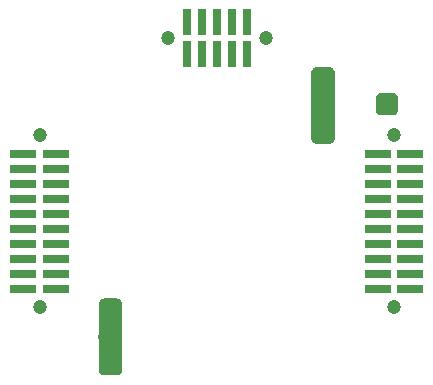
<source format=gbs>
G04 #@! TF.FileFunction,Soldermask,Bot*
%FSLAX46Y46*%
G04 Gerber Fmt 4.6, Leading zero omitted, Abs format (unit mm)*
G04 Created by KiCad (PCBNEW 201609280951+7255~55~ubuntu14.04.1-) date Wed Jan 11 23:22:20 2017*
%MOMM*%
%LPD*%
G01*
G04 APERTURE LIST*
%ADD10C,0.100000*%
%ADD11C,1.200000*%
%ADD12R,0.740000X2.220000*%
%ADD13C,2.000000*%
%ADD14R,2.220000X0.740000*%
%ADD15C,1.900000*%
G04 APERTURE END LIST*
D10*
D11*
X95870000Y-84500000D03*
X104130000Y-84500000D03*
D12*
X102540000Y-83135000D03*
X102540000Y-85865000D03*
X101270000Y-83135000D03*
X101270000Y-85865000D03*
X100000000Y-83135000D03*
X100000000Y-85865000D03*
X98730000Y-83135000D03*
X98730000Y-85865000D03*
X97460000Y-83135000D03*
X97460000Y-85865000D03*
D10*
G36*
X91549009Y-106552408D02*
X91597545Y-106559607D01*
X91645142Y-106571530D01*
X91691342Y-106588060D01*
X91735698Y-106609039D01*
X91777785Y-106634265D01*
X91817197Y-106663495D01*
X91853553Y-106696447D01*
X91886505Y-106732803D01*
X91915735Y-106772215D01*
X91940961Y-106814302D01*
X91961940Y-106858658D01*
X91978470Y-106904858D01*
X91990393Y-106952455D01*
X91997592Y-107000991D01*
X92000000Y-107050000D01*
X92000000Y-112550000D01*
X91997592Y-112599009D01*
X91990393Y-112647545D01*
X91978470Y-112695142D01*
X91961940Y-112741342D01*
X91940961Y-112785698D01*
X91915735Y-112827785D01*
X91886505Y-112867197D01*
X91853553Y-112903553D01*
X91817197Y-112936505D01*
X91777785Y-112965735D01*
X91735698Y-112990961D01*
X91691342Y-113011940D01*
X91645142Y-113028470D01*
X91597545Y-113040393D01*
X91549009Y-113047592D01*
X91500000Y-113050000D01*
X90500000Y-113050000D01*
X90450991Y-113047592D01*
X90402455Y-113040393D01*
X90354858Y-113028470D01*
X90308658Y-113011940D01*
X90264302Y-112990961D01*
X90222215Y-112965735D01*
X90182803Y-112936505D01*
X90146447Y-112903553D01*
X90113495Y-112867197D01*
X90084265Y-112827785D01*
X90059039Y-112785698D01*
X90038060Y-112741342D01*
X90021530Y-112695142D01*
X90009607Y-112647545D01*
X90002408Y-112599009D01*
X90000000Y-112550000D01*
X90000000Y-107050000D01*
X90002408Y-107000991D01*
X90009607Y-106952455D01*
X90021530Y-106904858D01*
X90038060Y-106858658D01*
X90059039Y-106814302D01*
X90084265Y-106772215D01*
X90113495Y-106732803D01*
X90146447Y-106696447D01*
X90182803Y-106663495D01*
X90222215Y-106634265D01*
X90264302Y-106609039D01*
X90308658Y-106588060D01*
X90354858Y-106571530D01*
X90402455Y-106559607D01*
X90450991Y-106552408D01*
X90500000Y-106550000D01*
X91500000Y-106550000D01*
X91549009Y-106552408D01*
X91549009Y-106552408D01*
G37*
D13*
X91000000Y-109800000D03*
D10*
G36*
X109549009Y-86952408D02*
X109597545Y-86959607D01*
X109645142Y-86971530D01*
X109691342Y-86988060D01*
X109735698Y-87009039D01*
X109777785Y-87034265D01*
X109817197Y-87063495D01*
X109853553Y-87096447D01*
X109886505Y-87132803D01*
X109915735Y-87172215D01*
X109940961Y-87214302D01*
X109961940Y-87258658D01*
X109978470Y-87304858D01*
X109990393Y-87352455D01*
X109997592Y-87400991D01*
X110000000Y-87450000D01*
X110000000Y-92950000D01*
X109997592Y-92999009D01*
X109990393Y-93047545D01*
X109978470Y-93095142D01*
X109961940Y-93141342D01*
X109940961Y-93185698D01*
X109915735Y-93227785D01*
X109886505Y-93267197D01*
X109853553Y-93303553D01*
X109817197Y-93336505D01*
X109777785Y-93365735D01*
X109735698Y-93390961D01*
X109691342Y-93411940D01*
X109645142Y-93428470D01*
X109597545Y-93440393D01*
X109549009Y-93447592D01*
X109500000Y-93450000D01*
X108500000Y-93450000D01*
X108450991Y-93447592D01*
X108402455Y-93440393D01*
X108354858Y-93428470D01*
X108308658Y-93411940D01*
X108264302Y-93390961D01*
X108222215Y-93365735D01*
X108182803Y-93336505D01*
X108146447Y-93303553D01*
X108113495Y-93267197D01*
X108084265Y-93227785D01*
X108059039Y-93185698D01*
X108038060Y-93141342D01*
X108021530Y-93095142D01*
X108009607Y-93047545D01*
X108002408Y-92999009D01*
X108000000Y-92950000D01*
X108000000Y-87450000D01*
X108002408Y-87400991D01*
X108009607Y-87352455D01*
X108021530Y-87304858D01*
X108038060Y-87258658D01*
X108059039Y-87214302D01*
X108084265Y-87172215D01*
X108113495Y-87132803D01*
X108146447Y-87096447D01*
X108182803Y-87063495D01*
X108222215Y-87034265D01*
X108264302Y-87009039D01*
X108308658Y-86988060D01*
X108354858Y-86971530D01*
X108402455Y-86959607D01*
X108450991Y-86952408D01*
X108500000Y-86950000D01*
X109500000Y-86950000D01*
X109549009Y-86952408D01*
X109549009Y-86952408D01*
G37*
D13*
X109000000Y-90200000D03*
D11*
X85000000Y-92695000D03*
X85000000Y-107305000D03*
D14*
X86365000Y-105715000D03*
X83635000Y-105715000D03*
X86365000Y-104445000D03*
X83635000Y-104445000D03*
X86365000Y-103175000D03*
X83635000Y-103175000D03*
X86365000Y-101905000D03*
X83635000Y-101905000D03*
X86365000Y-100635000D03*
X83635000Y-100635000D03*
X86365000Y-99365000D03*
X83635000Y-99365000D03*
X86365000Y-98095000D03*
X83635000Y-98095000D03*
X86365000Y-96825000D03*
X83635000Y-96825000D03*
X86365000Y-95555000D03*
X83635000Y-95555000D03*
X86365000Y-94285000D03*
X83635000Y-94285000D03*
D11*
X115000000Y-92695000D03*
X115000000Y-107305000D03*
D14*
X116365000Y-105715000D03*
X113635000Y-105715000D03*
X116365000Y-104445000D03*
X113635000Y-104445000D03*
X116365000Y-103175000D03*
X113635000Y-103175000D03*
X116365000Y-101905000D03*
X113635000Y-101905000D03*
X116365000Y-100635000D03*
X113635000Y-100635000D03*
X116365000Y-99365000D03*
X113635000Y-99365000D03*
X116365000Y-98095000D03*
X113635000Y-98095000D03*
X116365000Y-96825000D03*
X113635000Y-96825000D03*
X116365000Y-95555000D03*
X113635000Y-95555000D03*
X116365000Y-94285000D03*
X113635000Y-94285000D03*
D10*
G36*
X114921558Y-89152287D02*
X114967668Y-89159127D01*
X115012885Y-89170453D01*
X115056775Y-89186157D01*
X115098913Y-89206087D01*
X115138896Y-89230052D01*
X115176337Y-89257820D01*
X115210876Y-89289124D01*
X115242180Y-89323663D01*
X115269948Y-89361104D01*
X115293913Y-89401087D01*
X115313843Y-89443225D01*
X115329547Y-89487115D01*
X115340873Y-89532332D01*
X115347713Y-89578442D01*
X115350000Y-89625000D01*
X115350000Y-90575000D01*
X115347713Y-90621558D01*
X115340873Y-90667668D01*
X115329547Y-90712885D01*
X115313843Y-90756775D01*
X115293913Y-90798913D01*
X115269948Y-90838896D01*
X115242180Y-90876337D01*
X115210876Y-90910876D01*
X115176337Y-90942180D01*
X115138896Y-90969948D01*
X115098913Y-90993913D01*
X115056775Y-91013843D01*
X115012885Y-91029547D01*
X114967668Y-91040873D01*
X114921558Y-91047713D01*
X114875000Y-91050000D01*
X113925000Y-91050000D01*
X113878442Y-91047713D01*
X113832332Y-91040873D01*
X113787115Y-91029547D01*
X113743225Y-91013843D01*
X113701087Y-90993913D01*
X113661104Y-90969948D01*
X113623663Y-90942180D01*
X113589124Y-90910876D01*
X113557820Y-90876337D01*
X113530052Y-90838896D01*
X113506087Y-90798913D01*
X113486157Y-90756775D01*
X113470453Y-90712885D01*
X113459127Y-90667668D01*
X113452287Y-90621558D01*
X113450000Y-90575000D01*
X113450000Y-89625000D01*
X113452287Y-89578442D01*
X113459127Y-89532332D01*
X113470453Y-89487115D01*
X113486157Y-89443225D01*
X113506087Y-89401087D01*
X113530052Y-89361104D01*
X113557820Y-89323663D01*
X113589124Y-89289124D01*
X113623663Y-89257820D01*
X113661104Y-89230052D01*
X113701087Y-89206087D01*
X113743225Y-89186157D01*
X113787115Y-89170453D01*
X113832332Y-89159127D01*
X113878442Y-89152287D01*
X113925000Y-89150000D01*
X114875000Y-89150000D01*
X114921558Y-89152287D01*
X114921558Y-89152287D01*
G37*
D15*
X114400000Y-90100000D03*
M02*

</source>
